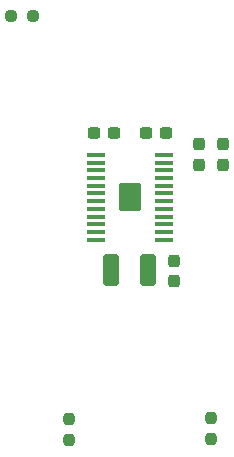
<source format=gbr>
%TF.GenerationSoftware,KiCad,Pcbnew,7.0.7*%
%TF.CreationDate,2024-02-09T14:01:23-05:00*%
%TF.ProjectId,DRV8873H_single_breakout,44525638-3837-4334-985f-73696e676c65,rev?*%
%TF.SameCoordinates,Original*%
%TF.FileFunction,Paste,Top*%
%TF.FilePolarity,Positive*%
%FSLAX46Y46*%
G04 Gerber Fmt 4.6, Leading zero omitted, Abs format (unit mm)*
G04 Created by KiCad (PCBNEW 7.0.7) date 2024-02-09 14:01:23*
%MOMM*%
%LPD*%
G01*
G04 APERTURE LIST*
G04 Aperture macros list*
%AMRoundRect*
0 Rectangle with rounded corners*
0 $1 Rounding radius*
0 $2 $3 $4 $5 $6 $7 $8 $9 X,Y pos of 4 corners*
0 Add a 4 corners polygon primitive as box body*
4,1,4,$2,$3,$4,$5,$6,$7,$8,$9,$2,$3,0*
0 Add four circle primitives for the rounded corners*
1,1,$1+$1,$2,$3*
1,1,$1+$1,$4,$5*
1,1,$1+$1,$6,$7*
1,1,$1+$1,$8,$9*
0 Add four rect primitives between the rounded corners*
20,1,$1+$1,$2,$3,$4,$5,0*
20,1,$1+$1,$4,$5,$6,$7,0*
20,1,$1+$1,$6,$7,$8,$9,0*
20,1,$1+$1,$8,$9,$2,$3,0*%
G04 Aperture macros list end*
%ADD10RoundRect,0.237500X0.237500X-0.250000X0.237500X0.250000X-0.237500X0.250000X-0.237500X-0.250000X0*%
%ADD11RoundRect,0.237500X0.300000X0.237500X-0.300000X0.237500X-0.300000X-0.237500X0.300000X-0.237500X0*%
%ADD12RoundRect,0.237500X-0.250000X-0.237500X0.250000X-0.237500X0.250000X0.237500X-0.250000X0.237500X0*%
%ADD13RoundRect,0.250001X-0.714999X-0.949999X0.714999X-0.949999X0.714999X0.949999X-0.714999X0.949999X0*%
%ADD14RoundRect,0.100000X-0.687500X-0.100000X0.687500X-0.100000X0.687500X0.100000X-0.687500X0.100000X0*%
%ADD15RoundRect,0.237500X-0.300000X-0.237500X0.300000X-0.237500X0.300000X0.237500X-0.300000X0.237500X0*%
%ADD16RoundRect,0.237500X-0.237500X0.300000X-0.237500X-0.300000X0.237500X-0.300000X0.237500X0.300000X0*%
%ADD17RoundRect,0.250000X0.412500X1.100000X-0.412500X1.100000X-0.412500X-1.100000X0.412500X-1.100000X0*%
G04 APERTURE END LIST*
D10*
%TO.C,R1*%
X139000000Y-129000000D03*
X139000000Y-127175000D03*
%TD*%
D11*
%TO.C,C4*%
X147200000Y-103000000D03*
X145475000Y-103000000D03*
%TD*%
D10*
%TO.C,R2*%
X151000000Y-128912500D03*
X151000000Y-127087500D03*
%TD*%
D12*
%TO.C,R3*%
X135925000Y-93100000D03*
X134100000Y-93100000D03*
%TD*%
D13*
%TO.C,U1*%
X144137500Y-108425000D03*
D14*
X141275000Y-104850000D03*
X141275000Y-105500000D03*
X141275000Y-106150000D03*
X141275000Y-106800000D03*
X141275000Y-107450000D03*
X141275000Y-108100000D03*
X141275000Y-108750000D03*
X141275000Y-109400000D03*
X141275000Y-110050000D03*
X141275000Y-110700000D03*
X141275000Y-111350000D03*
X141275000Y-112000000D03*
X147000000Y-112000000D03*
X147000000Y-111350000D03*
X147000000Y-110700000D03*
X147000000Y-110050000D03*
X147000000Y-109400000D03*
X147000000Y-108750000D03*
X147000000Y-108100000D03*
X147000000Y-107450000D03*
X147000000Y-106800000D03*
X147000000Y-106150000D03*
X147000000Y-105500000D03*
X147000000Y-104850000D03*
%TD*%
D15*
%TO.C,C1*%
X141075000Y-103000000D03*
X142800000Y-103000000D03*
%TD*%
D16*
%TO.C,C2*%
X150000000Y-103937500D03*
X150000000Y-105662500D03*
%TD*%
%TO.C,C3*%
X152000000Y-103937500D03*
X152000000Y-105662500D03*
%TD*%
D17*
%TO.C,C5*%
X145662500Y-114600000D03*
X142537500Y-114600000D03*
%TD*%
D16*
%TO.C,C6*%
X147900000Y-113775000D03*
X147900000Y-115500000D03*
%TD*%
M02*

</source>
